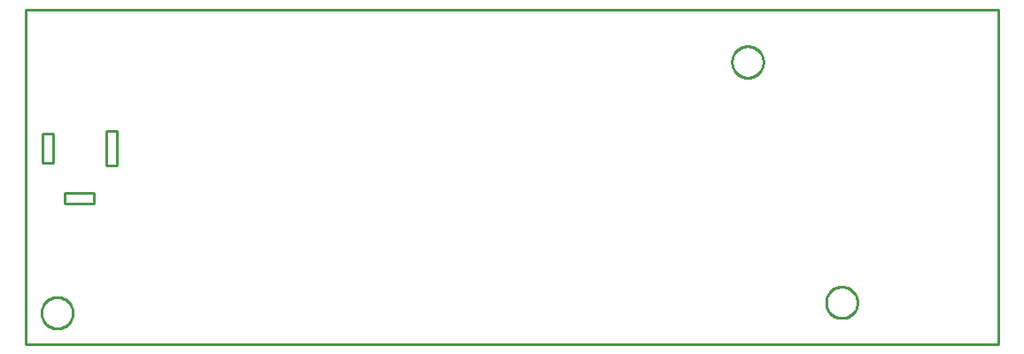
<source format=gbr>
G04 EAGLE Gerber RS-274X export*
G75*
%MOMM*%
%FSLAX34Y34*%
%LPD*%
%IN*%
%IPPOS*%
%AMOC8*
5,1,8,0,0,1.08239X$1,22.5*%
G01*
%ADD10C,0.254000*%


D10*
X3100000Y120000D02*
X4030000Y120000D01*
X4030000Y440000D01*
X3100000Y440000D01*
X3100000Y120000D01*
X3116200Y293400D02*
X3126200Y293400D01*
X3126200Y321400D01*
X3116200Y321400D01*
X3116200Y293400D01*
X3177200Y290900D02*
X3187200Y290900D01*
X3187200Y323900D01*
X3177200Y323900D01*
X3177200Y290900D01*
X3137200Y254400D02*
X3165200Y254400D01*
X3165200Y264400D01*
X3137200Y264400D01*
X3137200Y254400D01*
X3145000Y149464D02*
X3144924Y148396D01*
X3144771Y147335D01*
X3144543Y146288D01*
X3144241Y145260D01*
X3143867Y144256D01*
X3143422Y143281D01*
X3142908Y142341D01*
X3142329Y141440D01*
X3141687Y140582D01*
X3140985Y139772D01*
X3140228Y139015D01*
X3139418Y138313D01*
X3138560Y137671D01*
X3137659Y137092D01*
X3136719Y136578D01*
X3135744Y136133D01*
X3134740Y135759D01*
X3133712Y135457D01*
X3132665Y135229D01*
X3131604Y135076D01*
X3130536Y135000D01*
X3129464Y135000D01*
X3128396Y135076D01*
X3127335Y135229D01*
X3126288Y135457D01*
X3125260Y135759D01*
X3124256Y136133D01*
X3123281Y136578D01*
X3122341Y137092D01*
X3121440Y137671D01*
X3120582Y138313D01*
X3119772Y139015D01*
X3119015Y139772D01*
X3118313Y140582D01*
X3117671Y141440D01*
X3117092Y142341D01*
X3116578Y143281D01*
X3116133Y144256D01*
X3115759Y145260D01*
X3115457Y146288D01*
X3115229Y147335D01*
X3115076Y148396D01*
X3115000Y149464D01*
X3115000Y150536D01*
X3115076Y151604D01*
X3115229Y152665D01*
X3115457Y153712D01*
X3115759Y154740D01*
X3116133Y155744D01*
X3116578Y156719D01*
X3117092Y157659D01*
X3117671Y158560D01*
X3118313Y159418D01*
X3119015Y160228D01*
X3119772Y160985D01*
X3120582Y161687D01*
X3121440Y162329D01*
X3122341Y162908D01*
X3123281Y163422D01*
X3124256Y163867D01*
X3125260Y164241D01*
X3126288Y164543D01*
X3127335Y164771D01*
X3128396Y164924D01*
X3129464Y165000D01*
X3130536Y165000D01*
X3131604Y164924D01*
X3132665Y164771D01*
X3133712Y164543D01*
X3134740Y164241D01*
X3135744Y163867D01*
X3136719Y163422D01*
X3137659Y162908D01*
X3138560Y162329D01*
X3139418Y161687D01*
X3140228Y160985D01*
X3140985Y160228D01*
X3141687Y159418D01*
X3142329Y158560D01*
X3142908Y157659D01*
X3143422Y156719D01*
X3143867Y155744D01*
X3144241Y154740D01*
X3144543Y153712D01*
X3144771Y152665D01*
X3144924Y151604D01*
X3145000Y150536D01*
X3145000Y149464D01*
X3895000Y159464D02*
X3894924Y158396D01*
X3894771Y157335D01*
X3894543Y156288D01*
X3894241Y155260D01*
X3893867Y154256D01*
X3893422Y153281D01*
X3892908Y152341D01*
X3892329Y151440D01*
X3891687Y150582D01*
X3890985Y149772D01*
X3890228Y149015D01*
X3889418Y148313D01*
X3888560Y147671D01*
X3887659Y147092D01*
X3886719Y146578D01*
X3885744Y146133D01*
X3884740Y145759D01*
X3883712Y145457D01*
X3882665Y145229D01*
X3881604Y145076D01*
X3880536Y145000D01*
X3879464Y145000D01*
X3878396Y145076D01*
X3877335Y145229D01*
X3876288Y145457D01*
X3875260Y145759D01*
X3874256Y146133D01*
X3873281Y146578D01*
X3872341Y147092D01*
X3871440Y147671D01*
X3870582Y148313D01*
X3869772Y149015D01*
X3869015Y149772D01*
X3868313Y150582D01*
X3867671Y151440D01*
X3867092Y152341D01*
X3866578Y153281D01*
X3866133Y154256D01*
X3865759Y155260D01*
X3865457Y156288D01*
X3865229Y157335D01*
X3865076Y158396D01*
X3865000Y159464D01*
X3865000Y160536D01*
X3865076Y161604D01*
X3865229Y162665D01*
X3865457Y163712D01*
X3865759Y164740D01*
X3866133Y165744D01*
X3866578Y166719D01*
X3867092Y167659D01*
X3867671Y168560D01*
X3868313Y169418D01*
X3869015Y170228D01*
X3869772Y170985D01*
X3870582Y171687D01*
X3871440Y172329D01*
X3872341Y172908D01*
X3873281Y173422D01*
X3874256Y173867D01*
X3875260Y174241D01*
X3876288Y174543D01*
X3877335Y174771D01*
X3878396Y174924D01*
X3879464Y175000D01*
X3880536Y175000D01*
X3881604Y174924D01*
X3882665Y174771D01*
X3883712Y174543D01*
X3884740Y174241D01*
X3885744Y173867D01*
X3886719Y173422D01*
X3887659Y172908D01*
X3888560Y172329D01*
X3889418Y171687D01*
X3890228Y170985D01*
X3890985Y170228D01*
X3891687Y169418D01*
X3892329Y168560D01*
X3892908Y167659D01*
X3893422Y166719D01*
X3893867Y165744D01*
X3894241Y164740D01*
X3894543Y163712D01*
X3894771Y162665D01*
X3894924Y161604D01*
X3895000Y160536D01*
X3895000Y159464D01*
X3805000Y389464D02*
X3804924Y388396D01*
X3804771Y387335D01*
X3804543Y386288D01*
X3804241Y385260D01*
X3803867Y384256D01*
X3803422Y383281D01*
X3802908Y382341D01*
X3802329Y381440D01*
X3801687Y380582D01*
X3800985Y379772D01*
X3800228Y379015D01*
X3799418Y378313D01*
X3798560Y377671D01*
X3797659Y377092D01*
X3796719Y376578D01*
X3795744Y376133D01*
X3794740Y375759D01*
X3793712Y375457D01*
X3792665Y375229D01*
X3791604Y375076D01*
X3790536Y375000D01*
X3789464Y375000D01*
X3788396Y375076D01*
X3787335Y375229D01*
X3786288Y375457D01*
X3785260Y375759D01*
X3784256Y376133D01*
X3783281Y376578D01*
X3782341Y377092D01*
X3781440Y377671D01*
X3780582Y378313D01*
X3779772Y379015D01*
X3779015Y379772D01*
X3778313Y380582D01*
X3777671Y381440D01*
X3777092Y382341D01*
X3776578Y383281D01*
X3776133Y384256D01*
X3775759Y385260D01*
X3775457Y386288D01*
X3775229Y387335D01*
X3775076Y388396D01*
X3775000Y389464D01*
X3775000Y390536D01*
X3775076Y391604D01*
X3775229Y392665D01*
X3775457Y393712D01*
X3775759Y394740D01*
X3776133Y395744D01*
X3776578Y396719D01*
X3777092Y397659D01*
X3777671Y398560D01*
X3778313Y399418D01*
X3779015Y400228D01*
X3779772Y400985D01*
X3780582Y401687D01*
X3781440Y402329D01*
X3782341Y402908D01*
X3783281Y403422D01*
X3784256Y403867D01*
X3785260Y404241D01*
X3786288Y404543D01*
X3787335Y404771D01*
X3788396Y404924D01*
X3789464Y405000D01*
X3790536Y405000D01*
X3791604Y404924D01*
X3792665Y404771D01*
X3793712Y404543D01*
X3794740Y404241D01*
X3795744Y403867D01*
X3796719Y403422D01*
X3797659Y402908D01*
X3798560Y402329D01*
X3799418Y401687D01*
X3800228Y400985D01*
X3800985Y400228D01*
X3801687Y399418D01*
X3802329Y398560D01*
X3802908Y397659D01*
X3803422Y396719D01*
X3803867Y395744D01*
X3804241Y394740D01*
X3804543Y393712D01*
X3804771Y392665D01*
X3804924Y391604D01*
X3805000Y390536D01*
X3805000Y389464D01*
M02*

</source>
